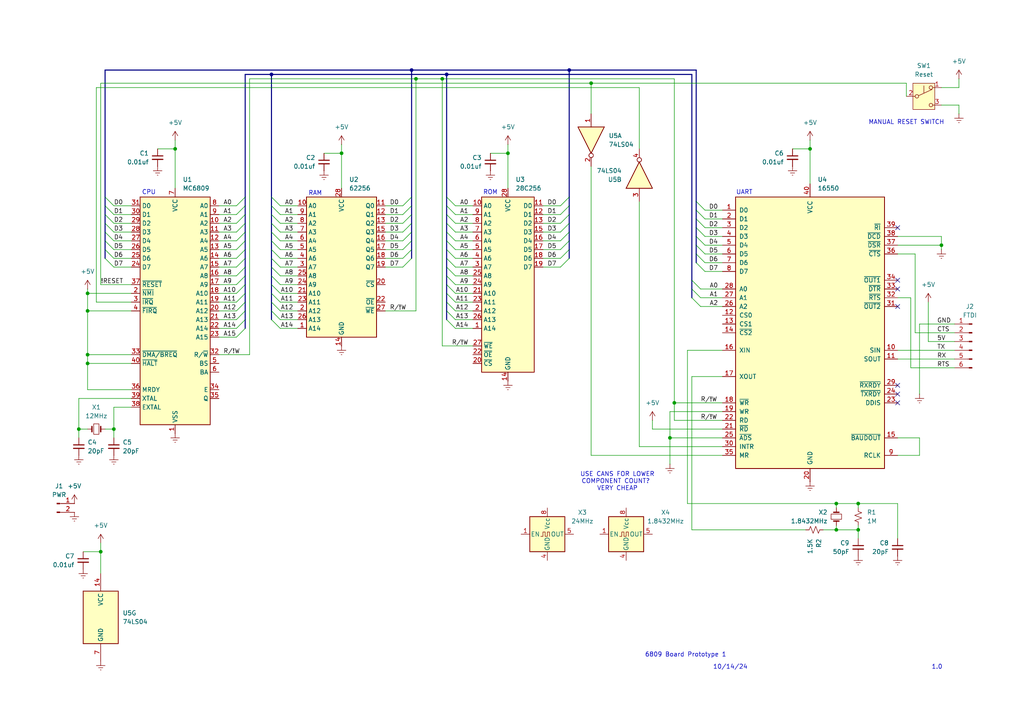
<source format=kicad_sch>
(kicad_sch (version 20231120) (generator "eeschema") (generator_version "8.0")
  (paper "A4")
  (junction (at 147.32 44.45))
  (junction (at 78.74 21.59))
  (junction (at 99.06 44.45))
  (junction (at 25.4 105.41))
  (junction (at 25.4 90.17))
  (junction (at 248.92 146.05))
  (junction (at 25.4 102.87))
  (junction (at 234.95 43.18))
  (junction (at 120.65 22.86))
  (junction (at 33.02 124.46))
  (junction (at 195.58 116.84))
  (junction (at 242.57 153.67))
  (junction (at 128.27 22.86))
  (junction (at 129.54 21.59))
  (junction (at 171.45 24.13))
  (junction (at 22.86 124.46))
  (junction (at 165.1 20.32))
  (junction (at 194.31 127))
  (junction (at 50.8 43.18))
  (junction (at 119.38 20.32))
  (junction (at 242.57 146.05))
  (junction (at 273.05 71.12))
  (junction (at 29.21 160.02))
  (junction (at 248.92 153.67))
  (junction (at 25.4 85.09))
  (no_connect (at 260.35 88.9))
  (no_connect (at 260.35 83.82))
  (no_connect (at 260.35 111.76))
  (no_connect (at 260.35 66.04))
  (no_connect (at 260.35 81.28))
  (no_connect (at 260.35 116.84))
  (no_connect (at 260.35 114.3))
  (bus_entry (at 71.12 87.63) (size -2.54 2.54))
  (bus_entry (at 200.66 81.28) (size 2.54 2.54))
  (bus_entry (at 201.93 60.96) (size 2.54 2.54))
  (bus_entry (at 165.1 69.85) (size -2.54 2.54))
  (bus_entry (at 201.93 68.58) (size 2.54 2.54))
  (bus_entry (at 71.12 74.93) (size -2.54 2.54))
  (bus_entry (at 78.74 57.15) (size 2.54 2.54))
  (bus_entry (at 71.12 77.47) (size -2.54 2.54))
  (bus_entry (at 129.54 57.15) (size 2.54 2.54))
  (bus_entry (at 71.12 72.39) (size -2.54 2.54))
  (bus_entry (at 201.93 73.66) (size 2.54 2.54))
  (bus_entry (at 30.48 59.69) (size 2.54 2.54))
  (bus_entry (at 78.74 62.23) (size 2.54 2.54))
  (bus_entry (at 71.12 82.55) (size -2.54 2.54))
  (bus_entry (at 129.54 74.93) (size 2.54 2.54))
  (bus_entry (at 201.93 66.04) (size 2.54 2.54))
  (bus_entry (at 119.38 69.85) (size -2.54 2.54))
  (bus_entry (at 30.48 74.93) (size 2.54 2.54))
  (bus_entry (at 165.1 59.69) (size -2.54 2.54))
  (bus_entry (at 71.12 67.31) (size -2.54 2.54))
  (bus_entry (at 30.48 69.85) (size 2.54 2.54))
  (bus_entry (at 71.12 92.71) (size -2.54 2.54))
  (bus_entry (at 119.38 62.23) (size -2.54 2.54))
  (bus_entry (at 78.74 77.47) (size 2.54 2.54))
  (bus_entry (at 129.54 80.01) (size 2.54 2.54))
  (bus_entry (at 129.54 59.69) (size 2.54 2.54))
  (bus_entry (at 78.74 80.01) (size 2.54 2.54))
  (bus_entry (at 201.93 71.12) (size 2.54 2.54))
  (bus_entry (at 201.93 76.2) (size 2.54 2.54))
  (bus_entry (at 78.74 59.69) (size 2.54 2.54))
  (bus_entry (at 200.66 86.36) (size 2.54 2.54))
  (bus_entry (at 78.74 72.39) (size 2.54 2.54))
  (bus_entry (at 30.48 67.31) (size 2.54 2.54))
  (bus_entry (at 165.1 62.23) (size -2.54 2.54))
  (bus_entry (at 129.54 92.71) (size 2.54 2.54))
  (bus_entry (at 129.54 87.63) (size 2.54 2.54))
  (bus_entry (at 71.12 59.69) (size -2.54 2.54))
  (bus_entry (at 78.74 90.17) (size 2.54 2.54))
  (bus_entry (at 201.93 63.5) (size 2.54 2.54))
  (bus_entry (at 119.38 72.39) (size -2.54 2.54))
  (bus_entry (at 165.1 57.15) (size -2.54 2.54))
  (bus_entry (at 165.1 74.93) (size -2.54 2.54))
  (bus_entry (at 78.74 64.77) (size 2.54 2.54))
  (bus_entry (at 165.1 64.77) (size -2.54 2.54))
  (bus_entry (at 129.54 67.31) (size 2.54 2.54))
  (bus_entry (at 119.38 57.15) (size -2.54 2.54))
  (bus_entry (at 201.93 58.42) (size 2.54 2.54))
  (bus_entry (at 78.74 87.63) (size 2.54 2.54))
  (bus_entry (at 71.12 90.17) (size -2.54 2.54))
  (bus_entry (at 129.54 82.55) (size 2.54 2.54))
  (bus_entry (at 129.54 64.77) (size 2.54 2.54))
  (bus_entry (at 129.54 62.23) (size 2.54 2.54))
  (bus_entry (at 119.38 74.93) (size -2.54 2.54))
  (bus_entry (at 78.74 67.31) (size 2.54 2.54))
  (bus_entry (at 71.12 69.85) (size -2.54 2.54))
  (bus_entry (at 71.12 80.01) (size -2.54 2.54))
  (bus_entry (at 71.12 64.77) (size -2.54 2.54))
  (bus_entry (at 129.54 69.85) (size 2.54 2.54))
  (bus_entry (at 129.54 90.17) (size 2.54 2.54))
  (bus_entry (at 71.12 62.23) (size -2.54 2.54))
  (bus_entry (at 129.54 77.47) (size 2.54 2.54))
  (bus_entry (at 30.48 62.23) (size 2.54 2.54))
  (bus_entry (at 71.12 57.15) (size -2.54 2.54))
  (bus_entry (at 30.48 64.77) (size 2.54 2.54))
  (bus_entry (at 165.1 67.31) (size -2.54 2.54))
  (bus_entry (at 200.66 83.82) (size 2.54 2.54))
  (bus_entry (at 30.48 72.39) (size 2.54 2.54))
  (bus_entry (at 119.38 64.77) (size -2.54 2.54))
  (bus_entry (at 119.38 67.31) (size -2.54 2.54))
  (bus_entry (at 78.74 85.09) (size 2.54 2.54))
  (bus_entry (at 129.54 72.39) (size 2.54 2.54))
  (bus_entry (at 129.54 85.09) (size 2.54 2.54))
  (bus_entry (at 78.74 69.85) (size 2.54 2.54))
  (bus_entry (at 30.48 57.15) (size 2.54 2.54))
  (bus_entry (at 78.74 82.55) (size 2.54 2.54))
  (bus_entry (at 165.1 72.39) (size -2.54 2.54))
  (bus_entry (at 78.74 74.93) (size 2.54 2.54))
  (bus_entry (at 119.38 59.69) (size -2.54 2.54))
  (bus_entry (at 71.12 85.09) (size -2.54 2.54))
  (bus_entry (at 71.12 95.25) (size -2.54 2.54))
  (bus_entry (at 78.74 92.71) (size 2.54 2.54))
  (bus (pts (xy 71.12 82.55) (xy 71.12 85.09)))
  (wire (pts (xy 33.02 77.47) (xy 38.1 77.47)))
  (bus (pts (xy 78.74 74.93) (xy 78.74 77.47)))
  (bus (pts (xy 119.38 20.32) (xy 165.1 20.32)))
  (wire (pts (xy 194.31 127) (xy 194.31 134.62)))
  (wire (pts (xy 25.4 90.17) (xy 38.1 90.17)))
  (wire (pts (xy 185.42 58.42) (xy 185.42 129.54)))
  (wire (pts (xy 132.08 67.31) (xy 137.16 67.31)))
  (wire (pts (xy 63.5 102.87) (xy 72.39 102.87)))
  (wire (pts (xy 81.28 85.09) (xy 86.36 85.09)))
  (wire (pts (xy 33.02 64.77) (xy 38.1 64.77)))
  (wire (pts (xy 68.58 74.93) (xy 63.5 74.93)))
  (bus (pts (xy 201.93 71.12) (xy 201.93 73.66)))
  (bus (pts (xy 200.66 81.28) (xy 200.66 83.82)))
  (bus (pts (xy 165.1 69.85) (xy 165.1 72.39)))
  (wire (pts (xy 248.92 152.4) (xy 248.92 153.67)))
  (wire (pts (xy 265.43 96.52) (xy 265.43 73.66)))
  (wire (pts (xy 264.16 106.68) (xy 276.86 106.68)))
  (bus (pts (xy 71.12 59.69) (xy 71.12 62.23)))
  (wire (pts (xy 234.95 43.18) (xy 234.95 40.64)))
  (wire (pts (xy 30.48 124.46) (xy 33.02 124.46)))
  (wire (pts (xy 204.47 78.74) (xy 209.55 78.74)))
  (wire (pts (xy 132.08 80.01) (xy 137.16 80.01)))
  (wire (pts (xy 260.35 86.36) (xy 264.16 86.36)))
  (wire (pts (xy 194.31 119.38) (xy 209.55 119.38)))
  (wire (pts (xy 185.42 129.54) (xy 209.55 129.54)))
  (wire (pts (xy 99.06 44.45) (xy 99.06 54.61)))
  (wire (pts (xy 262.89 24.13) (xy 262.89 27.94)))
  (wire (pts (xy 242.57 146.05) (xy 242.57 147.32)))
  (wire (pts (xy 116.84 69.85) (xy 111.76 69.85)))
  (wire (pts (xy 25.4 83.82) (xy 25.4 85.09)))
  (wire (pts (xy 81.28 95.25) (xy 86.36 95.25)))
  (wire (pts (xy 132.08 64.77) (xy 137.16 64.77)))
  (wire (pts (xy 68.58 82.55) (xy 63.5 82.55)))
  (bus (pts (xy 78.74 82.55) (xy 78.74 85.09)))
  (wire (pts (xy 24.13 160.02) (xy 29.21 160.02)))
  (wire (pts (xy 248.92 146.05) (xy 248.92 147.32)))
  (wire (pts (xy 269.24 99.06) (xy 276.86 99.06)))
  (wire (pts (xy 33.02 124.46) (xy 33.02 127)))
  (wire (pts (xy 50.8 43.18) (xy 50.8 40.64)))
  (bus (pts (xy 71.12 90.17) (xy 71.12 92.71)))
  (bus (pts (xy 78.74 21.59) (xy 78.74 57.15)))
  (wire (pts (xy 162.56 72.39) (xy 157.48 72.39)))
  (wire (pts (xy 200.66 153.67) (xy 233.68 153.67)))
  (wire (pts (xy 29.21 82.55) (xy 38.1 82.55)))
  (wire (pts (xy 33.02 124.46) (xy 33.02 118.11)))
  (wire (pts (xy 111.76 90.17) (xy 120.65 90.17)))
  (wire (pts (xy 132.08 77.47) (xy 137.16 77.47)))
  (bus (pts (xy 71.12 67.31) (xy 71.12 69.85)))
  (wire (pts (xy 116.84 64.77) (xy 111.76 64.77)))
  (wire (pts (xy 29.21 24.13) (xy 29.21 82.55)))
  (wire (pts (xy 68.58 97.79) (xy 63.5 97.79)))
  (wire (pts (xy 229.87 43.18) (xy 234.95 43.18)))
  (wire (pts (xy 204.47 73.66) (xy 209.55 73.66)))
  (bus (pts (xy 129.54 72.39) (xy 129.54 74.93)))
  (wire (pts (xy 33.02 59.69) (xy 38.1 59.69)))
  (wire (pts (xy 99.06 44.45) (xy 99.06 41.91)))
  (bus (pts (xy 201.93 58.42) (xy 201.93 60.96)))
  (wire (pts (xy 260.35 104.14) (xy 276.86 104.14)))
  (wire (pts (xy 22.86 115.57) (xy 22.86 124.46)))
  (bus (pts (xy 165.1 62.23) (xy 165.1 64.77)))
  (wire (pts (xy 81.28 90.17) (xy 86.36 90.17)))
  (bus (pts (xy 165.1 67.31) (xy 165.1 69.85)))
  (bus (pts (xy 119.38 69.85) (xy 119.38 72.39)))
  (wire (pts (xy 276.86 93.98) (xy 266.7 93.98)))
  (bus (pts (xy 78.74 57.15) (xy 78.74 59.69)))
  (wire (pts (xy 132.08 82.55) (xy 137.16 82.55)))
  (wire (pts (xy 81.28 62.23) (xy 86.36 62.23)))
  (wire (pts (xy 204.47 71.12) (xy 209.55 71.12)))
  (wire (pts (xy 194.31 119.38) (xy 194.31 127)))
  (wire (pts (xy 189.23 121.92) (xy 189.23 124.46)))
  (wire (pts (xy 38.1 115.57) (xy 22.86 115.57)))
  (wire (pts (xy 204.47 68.58) (xy 209.55 68.58)))
  (bus (pts (xy 129.54 85.09) (xy 129.54 87.63)))
  (wire (pts (xy 195.58 22.86) (xy 195.58 116.84)))
  (wire (pts (xy 265.43 73.66) (xy 260.35 73.66)))
  (wire (pts (xy 209.55 116.84) (xy 195.58 116.84)))
  (bus (pts (xy 71.12 87.63) (xy 71.12 90.17)))
  (wire (pts (xy 38.1 113.03) (xy 25.4 113.03)))
  (wire (pts (xy 33.02 74.93) (xy 38.1 74.93)))
  (wire (pts (xy 25.4 105.41) (xy 38.1 105.41)))
  (wire (pts (xy 185.42 25.4) (xy 185.42 43.18)))
  (wire (pts (xy 72.39 22.86) (xy 72.39 102.87)))
  (bus (pts (xy 201.93 20.32) (xy 165.1 20.32)))
  (wire (pts (xy 162.56 74.93) (xy 157.48 74.93)))
  (bus (pts (xy 129.54 64.77) (xy 129.54 67.31)))
  (wire (pts (xy 204.47 63.5) (xy 209.55 63.5)))
  (wire (pts (xy 273.05 72.39) (xy 273.05 71.12)))
  (wire (pts (xy 50.8 54.61) (xy 50.8 43.18)))
  (bus (pts (xy 71.12 72.39) (xy 71.12 74.93)))
  (bus (pts (xy 30.48 69.85) (xy 30.48 72.39)))
  (wire (pts (xy 72.39 22.86) (xy 120.65 22.86)))
  (bus (pts (xy 201.93 73.66) (xy 201.93 76.2)))
  (wire (pts (xy 68.58 92.71) (xy 63.5 92.71)))
  (wire (pts (xy 81.28 64.77) (xy 86.36 64.77)))
  (bus (pts (xy 165.1 57.15) (xy 165.1 59.69)))
  (bus (pts (xy 78.74 72.39) (xy 78.74 74.93)))
  (wire (pts (xy 260.35 101.6) (xy 276.86 101.6)))
  (wire (pts (xy 276.86 96.52) (xy 265.43 96.52)))
  (bus (pts (xy 71.12 74.93) (xy 71.12 77.47)))
  (wire (pts (xy 273.05 68.58) (xy 273.05 71.12)))
  (wire (pts (xy 68.58 85.09) (xy 63.5 85.09)))
  (wire (pts (xy 204.47 76.2) (xy 209.55 76.2)))
  (bus (pts (xy 78.74 62.23) (xy 78.74 64.77)))
  (wire (pts (xy 29.21 160.02) (xy 29.21 157.48)))
  (wire (pts (xy 203.2 86.36) (xy 209.55 86.36)))
  (wire (pts (xy 199.39 146.05) (xy 242.57 146.05)))
  (bus (pts (xy 78.74 80.01) (xy 78.74 82.55)))
  (wire (pts (xy 195.58 116.84) (xy 195.58 121.92)))
  (wire (pts (xy 147.32 44.45) (xy 147.32 41.91)))
  (wire (pts (xy 81.28 69.85) (xy 86.36 69.85)))
  (wire (pts (xy 128.27 100.33) (xy 128.27 22.86)))
  (wire (pts (xy 132.08 62.23) (xy 137.16 62.23)))
  (bus (pts (xy 78.74 85.09) (xy 78.74 87.63)))
  (wire (pts (xy 162.56 62.23) (xy 157.48 62.23)))
  (wire (pts (xy 195.58 121.92) (xy 209.55 121.92)))
  (wire (pts (xy 273.05 25.4) (xy 278.13 25.4)))
  (wire (pts (xy 203.2 88.9) (xy 209.55 88.9)))
  (bus (pts (xy 30.48 72.39) (xy 30.48 74.93)))
  (wire (pts (xy 68.58 77.47) (xy 63.5 77.47)))
  (bus (pts (xy 119.38 67.31) (xy 119.38 69.85)))
  (wire (pts (xy 204.47 66.04) (xy 209.55 66.04)))
  (wire (pts (xy 68.58 62.23) (xy 63.5 62.23)))
  (bus (pts (xy 78.74 69.85) (xy 78.74 72.39)))
  (wire (pts (xy 266.7 127) (xy 266.7 132.08)))
  (wire (pts (xy 132.08 59.69) (xy 137.16 59.69)))
  (bus (pts (xy 30.48 20.32) (xy 30.48 57.15)))
  (bus (pts (xy 129.54 69.85) (xy 129.54 72.39)))
  (wire (pts (xy 81.28 82.55) (xy 86.36 82.55)))
  (wire (pts (xy 81.28 80.01) (xy 86.36 80.01)))
  (bus (pts (xy 78.74 77.47) (xy 78.74 80.01)))
  (wire (pts (xy 128.27 22.86) (xy 120.65 22.86)))
  (wire (pts (xy 22.86 124.46) (xy 25.4 124.46)))
  (wire (pts (xy 242.57 152.4) (xy 242.57 153.67)))
  (wire (pts (xy 273.05 30.48) (xy 278.13 30.48)))
  (bus (pts (xy 200.66 21.59) (xy 200.66 81.28)))
  (bus (pts (xy 201.93 63.5) (xy 201.93 66.04)))
  (wire (pts (xy 116.84 67.31) (xy 111.76 67.31)))
  (wire (pts (xy 162.56 64.77) (xy 157.48 64.77)))
  (wire (pts (xy 132.08 92.71) (xy 137.16 92.71)))
  (wire (pts (xy 116.84 72.39) (xy 111.76 72.39)))
  (wire (pts (xy 199.39 101.6) (xy 199.39 146.05)))
  (wire (pts (xy 147.32 44.45) (xy 147.32 54.61)))
  (wire (pts (xy 234.95 43.18) (xy 234.95 53.34)))
  (wire (pts (xy 132.08 72.39) (xy 137.16 72.39)))
  (bus (pts (xy 78.74 87.63) (xy 78.74 90.17)))
  (bus (pts (xy 119.38 62.23) (xy 119.38 64.77)))
  (wire (pts (xy 25.4 85.09) (xy 38.1 85.09)))
  (wire (pts (xy 29.21 24.13) (xy 171.45 24.13)))
  (bus (pts (xy 71.12 64.77) (xy 71.12 67.31)))
  (bus (pts (xy 201.93 60.96) (xy 201.93 63.5)))
  (bus (pts (xy 129.54 59.69) (xy 129.54 62.23)))
  (bus (pts (xy 119.38 64.77) (xy 119.38 67.31)))
  (bus (pts (xy 78.74 64.77) (xy 78.74 67.31)))
  (bus (pts (xy 119.38 57.15) (xy 119.38 59.69)))
  (wire (pts (xy 266.7 93.98) (xy 266.7 114.3)))
  (wire (pts (xy 238.76 153.67) (xy 242.57 153.67)))
  (bus (pts (xy 78.74 67.31) (xy 78.74 69.85)))
  (wire (pts (xy 278.13 30.48) (xy 278.13 33.02)))
  (wire (pts (xy 132.08 69.85) (xy 137.16 69.85)))
  (bus (pts (xy 165.1 64.77) (xy 165.1 67.31)))
  (wire (pts (xy 45.72 43.18) (xy 50.8 43.18)))
  (wire (pts (xy 162.56 67.31) (xy 157.48 67.31)))
  (wire (pts (xy 200.66 109.22) (xy 209.55 109.22)))
  (bus (pts (xy 201.93 20.32) (xy 201.93 58.42)))
  (bus (pts (xy 71.12 62.23) (xy 71.12 64.77)))
  (wire (pts (xy 132.08 87.63) (xy 137.16 87.63)))
  (wire (pts (xy 264.16 86.36) (xy 264.16 106.68)))
  (bus (pts (xy 165.1 72.39) (xy 165.1 74.93)))
  (wire (pts (xy 189.23 124.46) (xy 209.55 124.46)))
  (wire (pts (xy 81.28 59.69) (xy 86.36 59.69)))
  (bus (pts (xy 78.74 59.69) (xy 78.74 62.23)))
  (bus (pts (xy 200.66 83.82) (xy 200.66 86.36)))
  (bus (pts (xy 71.12 80.01) (xy 71.12 82.55)))
  (wire (pts (xy 33.02 62.23) (xy 38.1 62.23)))
  (wire (pts (xy 81.28 87.63) (xy 86.36 87.63)))
  (wire (pts (xy 81.28 67.31) (xy 86.36 67.31)))
  (bus (pts (xy 129.54 77.47) (xy 129.54 80.01)))
  (bus (pts (xy 165.1 59.69) (xy 165.1 62.23)))
  (bus (pts (xy 129.54 90.17) (xy 129.54 92.71)))
  (wire (pts (xy 203.2 83.82) (xy 209.55 83.82)))
  (wire (pts (xy 25.4 102.87) (xy 25.4 90.17)))
  (bus (pts (xy 119.38 20.32) (xy 119.38 57.15)))
  (wire (pts (xy 22.86 124.46) (xy 22.86 127)))
  (wire (pts (xy 116.84 62.23) (xy 111.76 62.23)))
  (bus (pts (xy 30.48 62.23) (xy 30.48 64.77)))
  (wire (pts (xy 194.31 127) (xy 209.55 127)))
  (wire (pts (xy 116.84 77.47) (xy 111.76 77.47)))
  (wire (pts (xy 25.4 105.41) (xy 25.4 102.87)))
  (bus (pts (xy 129.54 80.01) (xy 129.54 82.55)))
  (bus (pts (xy 129.54 67.31) (xy 129.54 69.85)))
  (wire (pts (xy 81.28 74.93) (xy 86.36 74.93)))
  (wire (pts (xy 81.28 92.71) (xy 86.36 92.71)))
  (bus (pts (xy 129.54 82.55) (xy 129.54 85.09)))
  (wire (pts (xy 68.58 72.39) (xy 63.5 72.39)))
  (wire (pts (xy 120.65 22.86) (xy 120.65 90.17)))
  (bus (pts (xy 119.38 72.39) (xy 119.38 74.93)))
  (wire (pts (xy 199.39 101.6) (xy 209.55 101.6)))
  (wire (pts (xy 171.45 132.08) (xy 209.55 132.08)))
  (wire (pts (xy 25.4 85.09) (xy 25.4 90.17)))
  (wire (pts (xy 68.58 87.63) (xy 63.5 87.63)))
  (wire (pts (xy 171.45 24.13) (xy 171.45 33.02)))
  (wire (pts (xy 128.27 100.33) (xy 137.16 100.33)))
  (wire (pts (xy 209.55 60.96) (xy 204.47 60.96)))
  (wire (pts (xy 25.4 113.03) (xy 25.4 105.41)))
  (wire (pts (xy 111.76 59.69) (xy 116.84 59.69)))
  (wire (pts (xy 128.27 22.86) (xy 195.58 22.86)))
  (wire (pts (xy 171.45 132.08) (xy 171.45 48.26)))
  (wire (pts (xy 81.28 72.39) (xy 86.36 72.39)))
  (wire (pts (xy 33.02 118.11) (xy 38.1 118.11)))
  (wire (pts (xy 248.92 156.21) (xy 248.92 153.67)))
  (bus (pts (xy 71.12 57.15) (xy 71.12 21.59)))
  (wire (pts (xy 142.24 44.45) (xy 147.32 44.45)))
  (bus (pts (xy 71.12 57.15) (xy 71.12 59.69)))
  (wire (pts (xy 116.84 74.93) (xy 111.76 74.93)))
  (bus (pts (xy 129.54 21.59) (xy 200.66 21.59)))
  (wire (pts (xy 132.08 95.25) (xy 137.16 95.25)))
  (wire (pts (xy 269.24 87.63) (xy 269.24 99.06)))
  (wire (pts (xy 68.58 59.69) (xy 63.5 59.69)))
  (wire (pts (xy 132.08 85.09) (xy 137.16 85.09)))
  (bus (pts (xy 30.48 59.69) (xy 30.48 62.23)))
  (wire (pts (xy 33.02 67.31) (xy 38.1 67.31)))
  (wire (pts (xy 200.66 109.22) (xy 200.66 153.67)))
  (bus (pts (xy 78.74 21.59) (xy 129.54 21.59)))
  (wire (pts (xy 33.02 69.85) (xy 38.1 69.85)))
  (bus (pts (xy 30.48 20.32) (xy 119.38 20.32)))
  (wire (pts (xy 93.98 44.45) (xy 99.06 44.45)))
  (wire (pts (xy 162.56 69.85) (xy 157.48 69.85)))
  (bus (pts (xy 201.93 68.58) (xy 201.93 71.12)))
  (wire (pts (xy 68.58 69.85) (xy 63.5 69.85)))
  (bus (pts (xy 71.12 21.59) (xy 78.74 21.59)))
  (bus (pts (xy 71.12 92.71) (xy 71.12 95.25)))
  (wire (pts (xy 38.1 87.63) (xy 27.94 87.63)))
  (bus (pts (xy 78.74 90.17) (xy 78.74 92.71)))
  (bus (pts (xy 165.1 20.32) (xy 165.1 57.15)))
  (bus (pts (xy 129.54 57.15) (xy 129.54 59.69)))
  (wire (pts (xy 260.35 132.08) (xy 266.7 132.08)))
  (bus (pts (xy 71.12 69.85) (xy 71.12 72.39)))
  (wire (pts (xy 242.57 146.05) (xy 248.92 146.05)))
  (wire (pts (xy 162.56 59.69) (xy 157.48 59.69)))
  (wire (pts (xy 68.58 90.17) (xy 63.5 90.17)))
  (wire (pts (xy 242.57 153.67) (xy 248.92 153.67)))
  (bus (pts (xy 119.38 59.69) (xy 119.38 62.23)))
  (bus (pts (xy 30.48 64.77) (xy 30.48 67.31)))
  (wire (pts (xy 33.02 72.39) (xy 38.1 72.39)))
  (bus (pts (xy 30.48 57.15) (xy 30.48 59.69)))
  (wire (pts (xy 132.08 90.17) (xy 137.16 90.17)))
  (bus (pts (xy 71.12 85.09) (xy 71.12 87.63)))
  (wire (pts (xy 27.94 25.4) (xy 185.42 25.4)))
  (wire (pts (xy 68.58 80.01) (xy 63.5 80.01)))
  (bus (pts (xy 201.93 66.04) (xy 201.93 68.58)))
  (wire (pts (xy 162.56 77.47) (xy 157.48 77.47)))
  (wire (pts (xy 81.28 77.47) (xy 86.36 77.47)))
  (wire (pts (xy 278.13 25.4) (xy 278.13 22.86)))
  (wire (pts (xy 260.35 146.05) (xy 260.35 156.21)))
  (wire (pts (xy 68.58 95.25) (xy 63.5 95.25)))
  (wire (pts (xy 260.35 68.58) (xy 273.05 68.58)))
  (bus (pts (xy 129.54 87.63) (xy 129.54 90.17)))
  (bus (pts (xy 129.54 21.59) (xy 129.54 57.15)))
  (wire (pts (xy 68.58 67.31) (xy 63.5 67.31)))
  (wire (pts (xy 171.45 24.13) (xy 262.89 24.13)))
  (wire (pts (xy 260.35 127) (xy 266.7 127)))
  (wire (pts (xy 260.35 71.12) (xy 273.05 71.12)))
  (wire (pts (xy 68.58 64.77) (xy 63.5 64.77)))
  (wire (pts (xy 248.92 146.05) (xy 260.35 146.05)))
  (wire (pts (xy 27.94 87.63) (xy 27.94 25.4)))
  (bus (pts (xy 71.12 77.47) (xy 71.12 80.01)))
  (wire (pts (xy 29.21 160.02) (xy 29.21 166.37)))
  (bus (pts (xy 129.54 74.93) (xy 129.54 77.47)))
  (bus (pts (xy 129.54 62.23) (xy 129.54 64.77)))
  (bus (pts (xy 30.48 67.31) (xy 30.48 69.85)))
  (wire (pts (xy 132.08 74.93) (xy 137.16 74.93)))
  (wire (pts (xy 25.4 102.87) (xy 38.1 102.87)))
  (text "1.0\n" (at 271.78 193.548 0) (effects (font (size 1.27 1.27))))
  (text "ROM\n" (at 142.24 55.88 0) (effects (font (size 1.27 1.27))))
  (text "USE CANS FOR LOWER\nCOMPONENT COUNT? \nVERY CHEAP" (at 179.07 139.7 0) (effects (font (size 1.27 1.27))))
  (text "UART" (at 215.9 55.88 0) (effects (font (size 1.27 1.27))))
  (text "CPU\n" (at 43.18 55.88 0) (effects (font (size 1.27 1.27))))
  (text "MANUAL RESET SWITCH" (at 262.89 35.56 0) (effects (font (size 1.27 1.27))))
  (text "6809 Board Prototype 1" (at 198.882 189.992 0) (effects (font (size 1.27 1.27))))
  (text "10/14/24\n" (at 211.836 193.548 0) (effects (font (size 1.27 1.27))))
  (text "RAM\n\n" (at 91.44 57.15 0) (effects (font (size 1.27 1.27))))
  (label "A12" (at 135.89 90.17 180))
  (label "D6" (at 33.02 74.93 0))
  (label "D4" (at 33.02 69.85 0))
  (label "A11" (at 64.77 87.63 0))
  (label "GND" (at 271.78 93.98 0))
  (label "D3" (at 208.28 68.58 180))
  (label "D0" (at 33.02 59.69 0))
  (label "D1" (at 113.03 62.23 0))
  (label "A7" (at 135.89 77.47 180))
  (label "R{slash}!W" (at 203.2 116.84 0))
  (label "D1" (at 33.02 62.23 0))
  (label "D6" (at 158.75 74.93 0))
  (label "D1" (at 158.75 62.23 0))
  (label "A6" (at 135.89 74.93 180))
  (label "A11" (at 135.89 87.63 180))
  (label "A6" (at 85.09 74.93 180))
  (label "A5" (at 135.89 72.39 180))
  (label "A13" (at 64.77 92.71 0))
  (label "A3" (at 85.09 67.31 180))
  (label "A4" (at 135.89 69.85 180))
  (label "D2" (at 113.03 64.77 0))
  (label "D0" (at 208.28 60.96 180))
  (label "A3" (at 135.89 67.31 180))
  (label "A12" (at 64.77 90.17 0))
  (label "A1" (at 135.89 62.23 180))
  (label "A10" (at 64.77 85.09 0))
  (label "A1" (at 85.09 62.23 180))
  (label "D2" (at 158.75 64.77 0))
  (label "A4" (at 85.09 69.85 180))
  (label "A13" (at 85.09 92.71 180))
  (label "D2" (at 208.28 66.04 180))
  (label "A3" (at 64.77 67.31 0))
  (label "R{slash}!W" (at 203.2 121.92 0))
  (label "D7" (at 113.03 77.47 0))
  (label "D0" (at 113.03 59.69 0))
  (label "A10" (at 135.89 85.09 180))
  (label "A4" (at 64.77 69.85 0))
  (label "R{slash}!W" (at 113.03 90.17 0))
  (label "A2" (at 208.28 88.9 180))
  (label "D6" (at 208.28 76.2 180))
  (label "A13" (at 135.89 92.71 180))
  (label "A0" (at 208.28 83.82 180))
  (label "A8" (at 135.89 80.01 180))
  (label "CTS" (at 271.78 96.52 0))
  (label "TX" (at 271.78 101.6 0))
  (label "A12" (at 85.09 90.17 180))
  (label "A7" (at 64.77 77.47 0))
  (label "A6" (at 64.77 74.93 0))
  (label "R{slash}!W" (at 135.89 100.33 180))
  (label "D2" (at 33.02 64.77 0))
  (label "A8" (at 64.77 80.01 0))
  (label "RTS" (at 271.78 106.68 0))
  (label "A9" (at 85.09 82.55 180))
  (label "A11" (at 85.09 87.63 180))
  (label "D7" (at 33.02 77.47 0))
  (label "A15" (at 64.77 97.79 0))
  (label "A14" (at 85.09 95.25 180))
  (label "RX" (at 271.78 104.14 0))
  (label "A8" (at 85.09 80.01 180))
  (label "A10" (at 85.09 85.09 180))
  (label "A9" (at 64.77 82.55 0))
  (label "A7" (at 85.09 77.47 180))
  (label "A14" (at 135.89 95.25 180))
  (label "A2" (at 85.09 64.77 180))
  (label "D5" (at 113.03 72.39 0))
  (label "5V" (at 271.78 99.06 0))
  (label "A0" (at 135.89 59.69 180))
  (label "D5" (at 33.02 72.39 0))
  (label "D4" (at 113.03 69.85 0))
  (label "D1" (at 208.28 63.5 180))
  (label "D6" (at 113.03 74.93 0))
  (label "A5" (at 85.09 72.39 180))
  (label "A0" (at 64.77 59.69 0))
  (label "D0" (at 158.75 59.69 0))
  (label "R{slash}!W" (at 64.77 102.87 0))
  (label "!RESET" (at 29.21 82.55 0))
  (label "D4" (at 158.75 69.85 0))
  (label "A1" (at 64.77 62.23 0))
  (label "D5" (at 158.75 72.39 0))
  (label "A0" (at 85.09 59.69 180))
  (label "D7" (at 208.28 78.74 180))
  (label "D5" (at 208.28 73.66 180))
  (label "D7" (at 158.75 77.47 0))
  (label "D3" (at 158.75 67.31 0))
  (label "A5" (at 64.77 72.39 0))
  (label "D3" (at 113.03 67.31 0))
  (label "D3" (at 33.02 67.31 0))
  (label "A1" (at 208.28 86.36 180))
  (label "A14" (at 64.77 95.25 0))
  (label "D4" (at 208.28 71.12 180))
  (label "A2" (at 64.77 64.77 0))
  (label "A9" (at 135.89 82.55 180))
  (label "A2" (at 135.89 64.77 180))
  (symbol (lib_id "power:+5V") (at 25.4 83.82 0) (unit 1)
    (property "Reference" "#PWR021" (effects (hide yes)))
    (property "Value" "+5V" (at 25.4 78.74 0))
    (property "Description" "Power symbol creates a global label with name \"+5V\"" (effects (hide yes)))
  )
  (symbol (lib_id "power:GNDREF") (at 147.32 110.49 0) (unit 1)
    (property "Reference" "#PWR09" (effects (hide yes)))
    (property "Value" "GND" (effects (hide yes)))
    (property "Description" "Power symbol creates a global label with name \"GNDREF\" , reference supply ground" (effects (hide yes)))
  )
  (symbol (lib_id "power:+5V") (at 147.32 41.91 0) (unit 1)
    (property "Reference" "#PWR06" (effects (hide yes)))
    (property "Value" "+5V" (at 147.32 36.83 0))
    (property "Description" "Power symbol creates a global label with name \"+5V\"" (effects (hide yes)))
  )
  (symbol (lib_id "power:+5V") (at 21.59 146.05 0) (unit 1)
    (property "Reference" "#PWR023" (effects (hide yes)))
    (property "Value" "+5V" (at 21.59 140.97 0))
    (property "Description" "Power symbol creates a global label with name \"+5V\"" (effects (hide yes)))
  )
  (symbol (lib_id "Device:R_Small_US") (at 236.22 153.67 270) (unit 1)
    (property "Reference" "R2" (at 237.49 156.21 0) (effects (justify left)))
    (property "Value" "1.5K" (at 234.95 156.21 0) (effects (justify left)))
    (property "Description" "Resistor, small US symbol" (effects (hide yes)))
  )
  (symbol (lib_id "power:GNDREF") (at 29.21 191.77 0) (unit 1)
    (property "Reference" "#PWR018" (effects (hide yes)))
    (property "Value" "GND" (effects (hide yes)))
    (property "Description" "Power symbol creates a global label with name \"GNDREF\" , reference supply ground" (effects (hide yes)))
  )
  (symbol (lib_id "Device:C_Small") (at 142.24 46.99 0) (mirror y) (unit 1)
    (property "Reference" "C3" (at 139.7 45.7262 0) (effects (justify left)))
    (property "Value" "0.01uf" (at 139.7 48.2662 0) (effects (justify left)))
    (property "Description" "Unpolarized capacitor, small symbol" (effects (hide yes)))
  )
  (symbol (lib_id "power:GNDREF") (at 99.06 100.33 0) (unit 1)
    (property "Reference" "#PWR08" (effects (hide yes)))
    (property "Value" "GND" (effects (hide yes)))
    (property "Description" "Power symbol creates a global label with name \"GNDREF\" , reference supply ground" (effects (hide yes)))
  )
  (symbol (lib_id "power:GNDREF") (at 45.72 48.26 0) (unit 1)
    (property "Reference" "#PWR01" (effects (hide yes)))
    (property "Value" "GND" (effects (hide yes)))
    (property "Description" "Power symbol creates a global label with name \"GNDREF\" , reference supply ground" (effects (hide yes)))
  )
  (symbol (lib_id "Device:C_Small") (at 229.87 45.72 0) (mirror y) (unit 1)
    (property "Reference" "C6" (at 227.33 44.4562 0) (effects (justify left)))
    (property "Value" "0.01uf" (at 227.33 46.9962 0) (effects (justify left)))
    (property "Description" "Unpolarized capacitor, small symbol" (effects (hide yes)))
  )
  (symbol (lib_id "power:GNDREF") (at 234.95 139.7 0) (unit 1)
    (property "Reference" "#PWR014" (effects (hide yes)))
    (property "Value" "GND" (effects (hide yes)))
    (property "Description" "Power symbol creates a global label with name \"GNDREF\" , reference supply ground" (effects (hide yes)))
  )
  (symbol (lib_id "power:GNDREF") (at 33.02 132.08 0) (unit 1)
    (property "Reference" "#PWR011" (effects (hide yes)))
    (property "Value" "GND" (effects (hide yes)))
    (property "Description" "Power symbol creates a global label with name \"GNDREF\" , reference supply ground" (effects (hide yes)))
  )
  (symbol (lib_id "74xx:74LS04") (at 171.45 40.64 270) (unit 1)
    (property "Reference" "U5" (at 176.53 39.3699 90) (effects (justify left)))
    (property "Value" "74LS04" (at 176.53 41.9099 90) (effects (justify left)))
    (property "Datasheet" "http://www.ti.com/lit/gpn/sn74LS04" (effects (hide yes)))
    (property "Description" "Hex Inverter" (effects (hide yes)))
  )
  (symbol (lib_id "power:+5V") (at 99.06 41.91 0) (unit 1)
    (property "Reference" "#PWR04" (effects (hide yes)))
    (property "Value" "+5V" (at 99.06 36.83 0))
    (property "Description" "Power symbol creates a global label with name \"+5V\"" (effects (hide yes)))
  )
  (symbol (lib_id "power:+5V") (at 50.8 40.64 0) (unit 1)
    (property "Reference" "#PWR02" (effects (hide yes)))
    (property "Value" "+5V" (at 50.8 35.56 0))
    (property "Description" "Power symbol creates a global label with name \"+5V\"" (effects (hide yes)))
  )
  (symbol (lib_id "power:GNDREF") (at 266.7 114.3 0) (unit 1)
    (property "Reference" "#PWR028" (effects (hide yes)))
    (property "Value" "GND" (effects (hide yes)))
    (property "Description" "Power symbol creates a global label with name \"GNDREF\" , reference supply ground" (effects (hide yes)))
  )
  (symbol (lib_id "Oscillator:CXO_DIP8") (at 158.75 154.94 0) (unit 1)
    (property "Reference" "X3" (at 168.91 148.6214 0))
    (property "Value" "24MHz" (at 168.91 151.1614 0))
    (property "Footprint" "Oscillator:Oscillator_DIP-8" (effects (hide yes)))
    (property "Datasheet" "http://cdn-reichelt.de/documents/datenblatt/B400/OSZI.pdf" (effects (hide yes)))
    (property "Description" "Crystal Clock Oscillator, DIP8-style metal package" (effects (hide yes)))
  )
  (symbol (lib_id "power:GNDREF") (at 229.87 48.26 0) (unit 1)
    (property "Reference" "#PWR012" (effects (hide yes)))
    (property "Value" "GND" (effects (hide yes)))
    (property "Description" "Power symbol creates a global label with name \"GNDREF\" , reference supply ground" (effects (hide yes)))
  )
  (symbol (lib_id "74xx:74LS04") (at -15.24 162.56 0) (unit 4)
    (property "Reference" "U5" (at -15.24 153.67 0))
    (property "Value" "74LS04" (at -15.24 156.21 0))
    (property "Datasheet" "http://www.ti.com/lit/gpn/sn74LS04" (effects (hide yes)))
    (property "Description" "Hex Inverter" (effects (hide yes)))
  )
  (symbol (lib_id "power:GNDREF") (at 278.13 33.02 0) (unit 1)
    (property "Reference" "#PWR026" (effects (hide yes)))
    (property "Value" "GND" (effects (hide yes)))
    (property "Description" "Power symbol creates a global label with name \"GNDREF\" , reference supply ground" (effects (hide yes)))
  )
  (symbol (lib_id "Device:C_Small") (at 45.72 45.72 0) (mirror y) (unit 1)
    (property "Reference" "C1" (at 43.18 44.4562 0) (effects (justify left)))
    (property "Value" "0.01uf" (at 43.18 46.9962 0) (effects (justify left)))
    (property "Description" "Unpolarized capacitor, small symbol" (effects (hide yes)))
  )
  (symbol (lib_id "Device:C_Small") (at 260.35 158.75 0) (mirror y) (unit 1)
    (property "Reference" "C8" (at 257.81 157.4862 0) (effects (justify left)))
    (property "Value" "20pF" (at 257.81 160.0262 0) (effects (justify left)))
    (property "Description" "Unpolarized capacitor, small symbol" (effects (hide yes)))
  )
  (symbol (lib_id "Device:C_Small") (at 22.86 129.54 0) (unit 1)
    (property "Reference" "C4" (at 25.4 128.2762 0) (effects (justify left)))
    (property "Value" "20pF" (at 25.4 130.8162 0) (effects (justify left)))
    (property "Description" "Unpolarized capacitor, small symbol" (effects (hide yes)))
  )
  (symbol (lib_id "74xx:74LS04") (at 185.42 50.8 90) (unit 2)
    (property "Reference" "U5" (at 180.34 52.0701 90) (effects (justify left)))
    (property "Value" "74LS04" (at 180.34 49.5301 90) (effects (justify left)))
    (property "Datasheet" "http://www.ti.com/lit/gpn/sn74LS04" (effects (hide yes)))
    (property "Description" "Hex Inverter" (effects (hide yes)))
  )
  (symbol (lib_id "power:+5V") (at 29.21 157.48 0) (unit 1)
    (property "Reference" "#PWR017" (effects (hide yes)))
    (property "Value" "+5V" (at 29.21 152.4 0))
    (property "Description" "Power symbol creates a global label with name \"+5V\"" (effects (hide yes)))
  )
  (symbol (lib_id "power:GNDREF") (at 248.92 161.29 0) (mirror y) (unit 1)
    (property "Reference" "#PWR020" (effects (hide yes)))
    (property "Value" "GND" (effects (hide yes)))
    (property "Description" "Power symbol creates a global label with name \"GNDREF\" , reference supply ground" (effects (hide yes)))
  )
  (symbol (lib_id "power:GNDREF") (at 93.98 49.53 0) (unit 1)
    (property "Reference" "#PWR03" (effects (hide yes)))
    (property "Value" "GND" (effects (hide yes)))
    (property "Description" "Power symbol creates a global label with name \"GNDREF\" , reference supply ground" (effects (hide yes)))
  )
  (symbol (lib_id "power:GNDREF") (at 21.59 148.59 0) (unit 1)
    (property "Reference" "#PWR022" (effects (hide yes)))
    (property "Value" "GND" (effects (hide yes)))
    (property "Description" "Power symbol creates a global label with name \"GNDREF\" , reference supply ground" (effects (hide yes)))
  )
  (symbol (lib_id "power:GNDREF") (at 273.05 72.39 0) (unit 1)
    (property "Reference" "#PWR024" (effects (hide yes)))
    (property "Value" "GND" (effects (hide yes)))
    (property "Description" "Power symbol creates a global label with name \"GNDREF\" , reference supply ground" (effects (hide yes)))
  )
  (symbol (lib_id "Connector:Conn_01x02_Pin") (at 16.51 146.05 0) (unit 1)
    (property "Reference" "J1" (at 17.145 140.97 0))
    (property "Value" "PWR" (at 17.145 143.51 0))
    (property "Description" "Generic connector, single row, 01x02, script generated" (effects (hide yes)))
  )
  (symbol (lib_id "Device:Crystal_Small") (at 27.94 124.46 0) (unit 1)
    (property "Reference" "X1" (at 27.94 118.11 0))
    (property "Value" "12MHz" (at 27.94 120.65 0))
    (property "Description" "Two pin crystal, small symbol" (effects (hide yes)))
  )
  (symbol (lib_id "Memory_RAM:KM62256CLP") (at 99.06 77.47 0) (unit 1)
    (property "Reference" "U2" (at 101.2541 52.07 0) (effects (justify left)))
    (property "Value" "62256" (at 101.2541 54.61 0) (effects (justify left)))
    (property "Footprint" "Package_DIP:DIP-28_W15.24mm" (effects (hide yes)))
    (property "Datasheet" "https://www.futurlec.com/Datasheet/Memory/62256.pdf" (effects (hide yes)))
    (property "Description" "32Kx8 bit Low Power CMOS Static RAM, 55/70ns, DIP-28" (effects (hide yes)))
  )
  (symbol (lib_id "Interface_UART:16550") (at 234.95 96.52 0) (unit 1)
    (property "Reference" "U4" (at 237.1441 52.07 0) (effects (justify left)))
    (property "Value" "16550" (at 237.1441 54.61 0) (effects (justify left)))
    (property "Footprint" "Package_DIP:DIP-40_W15.24mm" (effects (hide yes)))
    (property "Datasheet" "http://www.ti.com/lit/ds/symlink/pc16550d.pdf" (effects (hide yes)))
    (property "Description" "PC16550D, Universal Asynchronous Receiver/Transmitter with FIFOs, PDIP-40" (effects (hide yes)))
  )
  (symbol (lib_id "74xx:74LS04") (at -15.24 148.59 0) (unit 3)
    (property "Reference" "U5" (at -15.24 139.7 0))
    (property "Value" "74LS04" (at -15.24 142.24 0))
    (property "Datasheet" "http://www.ti.com/lit/gpn/sn74LS04" (effects (hide yes)))
    (property "Description" "Hex Inverter" (effects (hide yes)))
  )
  (symbol (lib_id "74xx:74LS04") (at 29.21 179.07 0) (unit 7)
    (property "Reference" "U5" (at 35.56 177.7999 0) (effects (justify left)))
    (property "Value" "74LS04" (at 35.56 180.3399 0) (effects (justify left)))
    (property "Datasheet" "http://www.ti.com/lit/gpn/sn74LS04" (effects (hide yes)))
    (property "Description" "Hex Inverter" (effects (hide yes)))
  )
  (symbol (lib_id "74xx:74LS04") (at -15.24 176.53 0) (unit 5)
    (property "Reference" "U5" (at -15.24 167.64 0))
    (property "Value" "74LS04" (at -15.24 170.18 0))
    (property "Datasheet" "http://www.ti.com/lit/gpn/sn74LS04" (effects (hide yes)))
    (property "Description" "Hex Inverter" (effects (hide yes)))
  )
  (symbol (lib_id "74xx:74LS04") (at -15.24 190.5 0) (unit 6)
    (property "Reference" "U5" (at -15.24 181.61 0))
    (property "Value" "74LS04" (at -15.24 184.15 0))
    (property "Datasheet" "http://www.ti.com/lit/gpn/sn74LS04" (effects (hide yes)))
    (property "Description" "Hex Inverter" (effects (hide yes)))
  )
  (symbol (lib_id "power:GNDREF") (at 24.13 165.1 0) (unit 1)
    (property "Reference" "#PWR016" (effects (hide yes)))
    (property "Value" "GND" (effects (hide yes)))
    (property "Description" "Power symbol creates a global label with name \"GNDREF\" , reference supply ground" (effects (hide yes)))
  )
  (symbol (lib_id "power:+5V") (at 269.24 87.63 0) (unit 1)
    (property "Reference" "#PWR029" (effects (hide yes)))
    (property "Value" "+5V" (at 269.24 82.55 0))
    (property "Description" "Power symbol creates a global label with name \"+5V\"" (effects (hide yes)))
  )
  (symbol (lib_id "power:GNDREF") (at 260.35 161.29 0) (mirror y) (unit 1)
    (property "Reference" "#PWR019" (effects (hide yes)))
    (property "Value" "GND" (effects (hide yes)))
    (property "Description" "Power symbol creates a global label with name \"GNDREF\" , reference supply ground" (effects (hide yes)))
  )
  (symbol (lib_id "Device:R_Small_US") (at 248.92 149.86 0) (unit 1)
    (property "Reference" "R1" (at 251.46 148.59 0) (effects (justify left)))
    (property "Value" "1M" (at 251.46 151.13 0) (effects (justify left)))
    (property "Description" "Resistor, small US symbol" (effects (hide yes)))
  )
  (symbol (lib_id "Device:C_Small") (at 248.92 158.75 0) (mirror y) (unit 1)
    (property "Reference" "C9" (at 246.38 157.4862 0) (effects (justify left)))
    (property "Value" "50pF" (at 246.38 160.0262 0) (effects (justify left)))
    (property "Description" "Unpolarized capacitor, small symbol" (effects (hide yes)))
  )
  (symbol (lib_id "power:GNDREF") (at 142.24 49.53 0) (unit 1)
    (property "Reference" "#PWR05" (effects (hide yes)))
    (property "Value" "GND" (effects (hide yes)))
    (property "Description" "Power symbol creates a global label with name \"GNDREF\" , reference supply ground" (effects (hide yes)))
  )
  (symbol (lib_id "Device:C_Small") (at 24.13 162.56 0) (mirror y) (unit 1)
    (property "Reference" "C7" (at 21.59 161.2962 0) (effects (justify left)))
    (property "Value" "0.01uf" (at 21.59 163.8362 0) (effects (justify left)))
    (property "Description" "Unpolarized capacitor, small symbol" (effects (hide yes)))
  )
  (symbol (lib_id "power:GNDREF") (at 50.8 125.73 0) (unit 1)
    (property "Reference" "#PWR07" (effects (hide yes)))
    (property "Value" "GND" (effects (hide yes)))
    (property "Description" "Power symbol creates a global label with name \"GNDREF\" , reference supply ground" (effects (hide yes)))
  )
  (symbol (lib_id "power:GNDREF") (at 194.31 134.62 0) (unit 1)
    (property "Reference" "#PWR015" (effects (hide yes)))
    (property "Value" "GND" (effects (hide yes)))
    (property "Description" "Power symbol creates a global label with name \"GNDREF\" , reference supply ground" (effects (hide yes)))
  )
  (symbol (lib_id "power:+5V") (at 189.23 121.92 0) (unit 1)
    (property "Reference" "#PWR027" (effects (hide yes)))
    (property "Value" "+5V" (at 189.23 116.84 0))
    (property "Description" "Power symbol creates a global label with name \"+5V\"" (effects (hide yes)))
  )
  (symbol (lib_id "Connector:Conn_01x06_Pin") (at 281.94 99.06 0) (mirror y) (unit 1)
    (property "Reference" "J2" (at 281.305 88.9 0))
    (property "Value" "FTDI" (at 281.305 91.44 0))
    (property "Description" "Generic connector, single row, 01x06, script generated" (effects (hide yes)))
  )
  (symbol (lib_id "Device:C_Small") (at 93.98 46.99 0) (mirror y) (unit 1)
    (property "Reference" "C2" (at 91.44 45.7262 0) (effects (justify left)))
    (property "Value" "0.01uf" (at 91.44 48.2662 0) (effects (justify left)))
    (property "Description" "Unpolarized capacitor, small symbol" (effects (hide yes)))
  )
  (symbol (lib_id "Memory_EEPROM:28C256") (at 147.32 82.55 0) (unit 1)
    (property "Reference" "U3" (at 149.5141 52.07 0) (effects (justify left)))
    (property "Value" "28C256" (at 149.5141 54.61 0) (effects (justify left)))
    (property "Datasheet" "http://ww1.microchip.com/downloads/en/DeviceDoc/doc0006.pdf" (effects (hide yes)))
    (property "Description" "Paged Parallel EEPROM 256Kb (32K x 8), DIP-28/SOIC-28" (effects (hide yes)))
  )
  (symbol (lib_id "power:+5V") (at 278.13 22.86 0) (unit 1)
    (property "Reference" "#PWR025" (effects (hide yes)))
    (property "Value" "+5V" (at 278.13 17.78 0))
    (property "Description" "Power symbol creates a global label with name \"+5V\"" (effects (hide yes)))
  )
  (symbol (lib_id "Device:C_Small") (at 33.02 129.54 0) (unit 1)
    (property "Reference" "C5" (at 35.56 128.2762 0) (effects (justify left)))
    (property "Value" "20pF" (at 35.56 130.8162 0) (effects (justify left)))
    (property "Description" "Unpolarized capacitor, small symbol" (effects (hide yes)))
  )
  (symbol (lib_id "CPU_NXP_6800:MC6809") (at 50.8 90.17 0) (unit 1)
    (property "Reference" "U1" (at 52.9941 52.07 0) (effects (justify left)))
    (property "Value" "MC6809" (at 52.9941 54.61 0) (effects (justify left)))
    (property "Footprint" "Package_DIP:DIP-40_W15.24mm" (effects (hide yes)))
    (property "Datasheet" "http://pdf.datasheetcatalog.com/datasheet/motorola/MC68B09S.pdf" (effects (hide yes)))
    (property "Description" "8-Bit Microprocessing unit 1.0MHz, DIP-40" (effects (hide yes)))
  )
  (symbol (lib_id "Oscillator:CXO_DIP8") (at 181.61 154.94 0) (unit 1)
    (property "Reference" "X4" (at 193.04 148.6214 0))
    (property "Value" "1.8432MHz" (at 193.04 151.1614 0))
    (property "Footprint" "Oscillator:Oscillator_DIP-8" (effects (hide yes)))
    (property "Datasheet" "http://cdn-reichelt.de/documents/datenblatt/B400/OSZI.pdf" (effects (hide yes)))
    (property "Description" "Crystal Clock Oscillator, DIP8-style metal package" (effects (hide yes)))
  )
  (symbol (lib_id "Switch:SW_Push_SPDT") (at 267.97 27.94 0) (unit 1)
    (property "Reference" "SW1" (at 267.97 19.05 0))
    (property "Value" "Reset" (at 267.97 21.59 0))
    (property "Description" "Momentary Switch, single pole double throw" (effects (hide yes)))
  )
  (symbol (lib_id "power:+5V") (at 234.95 40.64 0) (unit 1)
    (property "Reference" "#PWR013" (effects (hide yes)))
    (property "Value" "+5V" (at 234.95 35.56 0))
    (property "Description" "Power symbol creates a global label with name \"+5V\"" (effects (hide yes)))
  )
  (symbol (lib_id "power:GNDREF") (at 22.86 132.08 0) (unit 1)
    (property "Reference" "#PWR010" (effects (hide yes)))
    (property "Value" "GND" (effects (hide yes)))
    (property "Description" "Power symbol creates a global label with name \"GNDREF\" , reference supply ground" (effects (hide yes)))
  )
  (symbol (lib_id "Device:Crystal_Small") (at 242.57 149.86 90) (mirror x) (unit 1)
    (property "Reference" "X2" (at 240.03 148.5899 90) (effects (justify left)))
    (property "Value" "1.8432MHz" (at 240.03 151.1299 90) (effects (justify left)))
    (property "Description" "Two pin crystal, small symbol" (effects (hide yes)))
  )
)
</source>
